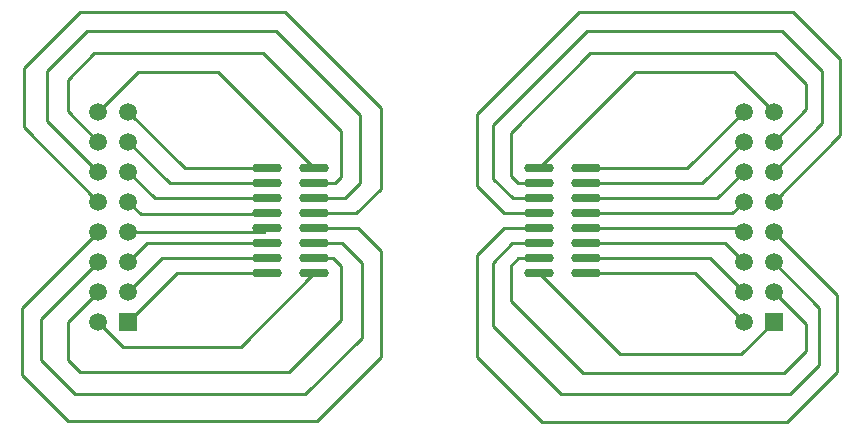
<source format=gtl>
G04 Layer_Physical_Order=1*
G04 Layer_Color=255*
%FSLAX25Y25*%
%MOIN*%
G70*
G01*
G75*
%ADD10O,0.09843X0.02953*%
%ADD11C,0.01000*%
%ADD12R,0.05906X0.05906*%
%ADD13C,0.05906*%
D10*
X283465Y193898D02*
D03*
Y188898D02*
D03*
Y183898D02*
D03*
Y178898D02*
D03*
Y173898D02*
D03*
Y168898D02*
D03*
Y163898D02*
D03*
Y158898D02*
D03*
X299213Y193898D02*
D03*
Y188898D02*
D03*
Y183898D02*
D03*
Y178898D02*
D03*
Y173898D02*
D03*
Y168898D02*
D03*
Y163898D02*
D03*
Y158898D02*
D03*
X192913Y193898D02*
D03*
Y188898D02*
D03*
Y183898D02*
D03*
Y178898D02*
D03*
Y173898D02*
D03*
Y168898D02*
D03*
Y163898D02*
D03*
Y158898D02*
D03*
X208661Y193898D02*
D03*
Y188898D02*
D03*
Y183898D02*
D03*
Y178898D02*
D03*
Y173898D02*
D03*
Y168898D02*
D03*
Y163898D02*
D03*
Y158898D02*
D03*
D11*
X364665Y239665D02*
X377953Y226378D01*
X299705Y239665D02*
X364665D01*
X268209Y208169D02*
X299705Y239665D01*
X195866D02*
X223917Y211614D01*
X132874Y239665D02*
X195866D01*
X119587Y226378D02*
X132874Y239665D01*
X365158Y125492D02*
X372539Y132874D01*
X298228Y125492D02*
X365158D01*
X274114Y149606D02*
X298228Y125492D01*
X366142Y109252D02*
X382874Y125984D01*
X284449Y109252D02*
X366142D01*
X262795Y130905D02*
X284449Y109252D01*
X290846Y118602D02*
X367126D01*
X268209Y141240D02*
X290846Y118602D01*
X268209Y141240D02*
Y162402D01*
X274114Y149606D02*
Y161417D01*
X262795Y130905D02*
Y164862D01*
X271831Y173898D02*
X283465D01*
X262795Y164862D02*
X271831Y173898D01*
X382874Y125984D02*
Y151555D01*
X361713Y172716D02*
X382874Y151555D01*
X361713Y162716D02*
X376969Y147461D01*
Y128445D02*
Y147461D01*
X367126Y118602D02*
X376969Y128445D01*
X268209Y162402D02*
X274705Y168898D01*
X283465D01*
X372539Y132874D02*
Y141890D01*
X361713Y152717D02*
X372539Y141890D01*
X274114Y161417D02*
X276594Y163898D01*
X283957D01*
X368110Y246063D02*
X383858Y230315D01*
X296752Y246063D02*
X368110D01*
X262795Y212106D02*
X296752Y246063D01*
X350886Y131890D02*
X361713Y142717D01*
X310472Y131890D02*
X350886D01*
X283465Y158898D02*
X310472Y131890D01*
X361713Y182717D02*
X383858Y204862D01*
Y230315D01*
X262795Y187992D02*
Y212106D01*
Y187992D02*
X271890Y178898D01*
X283465D01*
X274764Y183898D02*
X283465D01*
X268209Y190453D02*
X274764Y183898D01*
X268209Y190453D02*
Y208169D01*
X377953Y208957D02*
Y226378D01*
X361713Y192717D02*
X377953Y208957D01*
X361713Y202716D02*
X372539Y213543D01*
Y221949D01*
X362205Y232283D02*
X372539Y221949D01*
X300689Y232283D02*
X362205D01*
X274114Y205709D02*
X300689Y232283D01*
X274114Y191437D02*
Y205709D01*
Y191437D02*
X276654Y188898D01*
X283465D01*
X348543Y225886D02*
X361713Y212717D01*
X315453Y225886D02*
X348543D01*
X283465Y193898D02*
X315453Y225886D01*
X299213Y158898D02*
X335531D01*
X351713Y142717D01*
X299213Y163898D02*
X340531D01*
X351713Y152717D01*
X345532Y168898D02*
X351713Y162716D01*
X299213Y168898D02*
X345532D01*
X299213Y173898D02*
X350532D01*
X351713Y172716D01*
X299213Y178898D02*
X347894D01*
X351713Y182717D01*
X299213Y183898D02*
X342894D01*
X351713Y192717D01*
X299213Y188898D02*
X337894D01*
X351713Y202716D01*
X332894Y193898D02*
X351713Y212717D01*
X299213Y193898D02*
X332894D01*
X111221Y147283D02*
X136653Y172717D01*
X111221Y125000D02*
Y147283D01*
Y125000D02*
X126476Y109744D01*
X176673Y225886D02*
X208661Y193898D01*
X149823Y225886D02*
X176673D01*
X136653Y212717D02*
X149823Y225886D01*
X223248Y173898D02*
X230807Y166339D01*
Y130905D02*
Y166339D01*
X209646Y109744D02*
X230807Y130905D01*
X208661Y173898D02*
X223248D01*
X217913Y168898D02*
X224410Y162402D01*
Y137303D02*
Y162402D01*
X205709Y118602D02*
X224410Y137303D01*
X208661Y168898D02*
X217913D01*
X215039Y163898D02*
X217520Y161417D01*
Y143209D02*
Y161417D01*
X200295Y125984D02*
X217520Y143209D01*
X208661Y163898D02*
X215039D01*
X126476Y109744D02*
X209646D01*
X117618Y143681D02*
X136653Y162717D01*
X117618Y129921D02*
Y143681D01*
Y129921D02*
X128937Y118602D01*
X205709D01*
X126476Y142539D02*
X136653Y152717D01*
X126476Y129921D02*
Y142539D01*
Y129921D02*
X130413Y125984D01*
X200295D01*
X136653Y142717D02*
X145020Y134350D01*
X184114D01*
X208661Y158898D01*
X146653Y142717D02*
X162835Y158898D01*
X192913D01*
X146653Y152717D02*
X157835Y163898D01*
X192913D01*
X152835Y168898D02*
X192913D01*
X146653Y162717D02*
X152835Y168898D01*
X146653Y172717D02*
X191732D01*
X192913Y173898D01*
X111713Y207658D02*
X136653Y182717D01*
X111713Y207658D02*
Y227362D01*
X130413Y246063D01*
X198819D01*
X230807Y214075D01*
Y187008D02*
Y214075D01*
X222697Y178898D02*
X230807Y187008D01*
X208661Y178898D02*
X222697D01*
X208661Y183898D02*
X218839D01*
X223917Y188976D01*
Y197835D01*
Y211614D01*
X217520Y190945D02*
Y206201D01*
X215472Y188898D02*
X217520Y190945D01*
X208661Y188898D02*
X215472D01*
X191437Y232283D02*
X217520Y206201D01*
X135335Y232283D02*
X191437D01*
X119587Y209784D02*
Y226378D01*
Y209784D02*
X136653Y192717D01*
X126476Y212894D02*
X136653Y202717D01*
X126476Y212894D02*
Y223425D01*
X135335Y232283D01*
X165472Y193898D02*
X192913D01*
X146653Y212717D02*
X165472Y193898D01*
X160472Y188898D02*
X192913D01*
X146653Y202717D02*
X160472Y188898D01*
X155472Y183898D02*
X192913D01*
X146653Y192717D02*
X155472Y183898D01*
X150728Y178642D02*
X193405D01*
X146653Y182717D02*
X150728Y178642D01*
D12*
X361713Y142717D02*
D03*
X146653Y142717D02*
D03*
D13*
X351713Y142717D02*
D03*
X361713Y152717D02*
D03*
X351713D02*
D03*
X361713Y162716D02*
D03*
X351713D02*
D03*
X361713Y172716D02*
D03*
X351713D02*
D03*
X361713Y182717D02*
D03*
X351713D02*
D03*
X361713Y192717D02*
D03*
X351713D02*
D03*
X361713Y202716D02*
D03*
X351713D02*
D03*
X361713Y212717D02*
D03*
X351713D02*
D03*
X136653Y142717D02*
D03*
X146653Y152717D02*
D03*
X136653D02*
D03*
X146653Y162717D02*
D03*
X136653D02*
D03*
X146653Y172717D02*
D03*
X136653D02*
D03*
X146653Y182717D02*
D03*
X136653D02*
D03*
X146653Y192717D02*
D03*
X136653D02*
D03*
X146653Y202717D02*
D03*
X136653D02*
D03*
X146653Y212717D02*
D03*
X136653D02*
D03*
M02*

</source>
